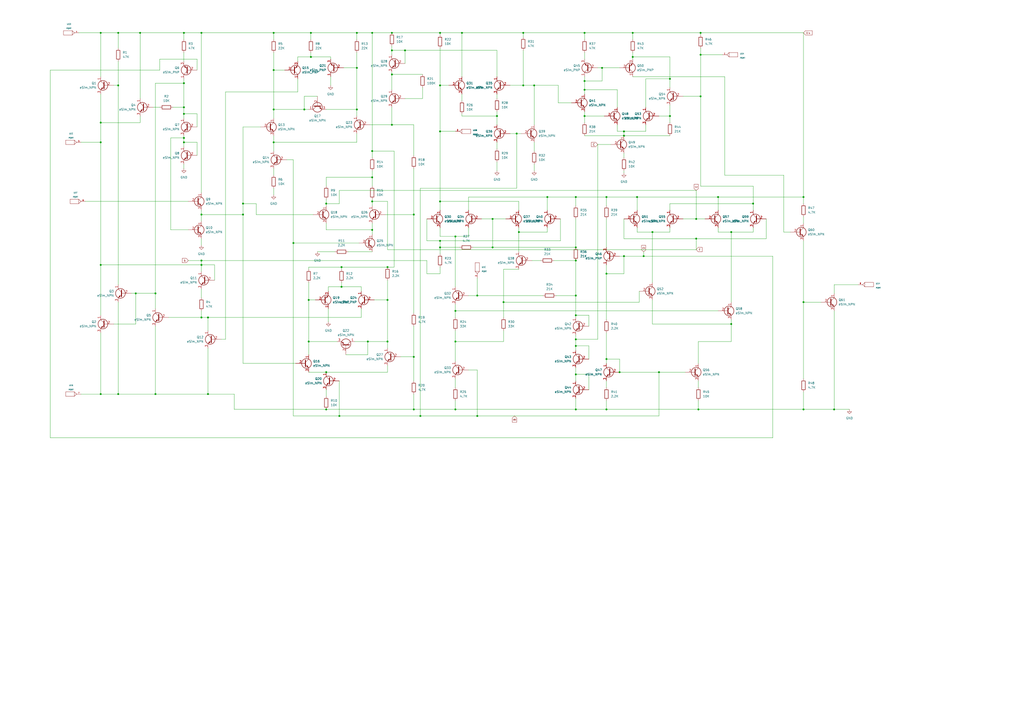
<source format=kicad_sch>
(kicad_sch (version 20211123) (generator eeschema)
  (paper "A2")
  (junction (at 255.27 139.7))
  (junction (at 334.01 151.13))
  (junction (at 406.4 19.05))
  (junction (at 215.9 133.35))
  (junction (at 255.27 49.53))
  (junction (at 361.95 78.74))
  (junction (at 466.09 237.49))
  (junction (at 179.07 198.12))
  (junction (at 140.97 124.46))
  (junction (at 424.18 134.62))
  (junction (at 120.65 184.15))
  (junction (at 106.68 80.01))
  (junction (at 334.01 237.49))
  (junction (at 158.75 82.55))
  (junction (at 334.01 200.66))
  (junction (at 207.01 19.05))
  (junction (at 170.18 140.97))
  (junction (at 264.16 198.12))
  (junction (at 58.42 153.67))
  (junction (at 240.03 237.49))
  (junction (at 116.84 19.05))
  (junction (at 405.13 237.49))
  (junction (at 240.03 124.46))
  (junction (at 436.88 118.11))
  (junction (at 58.42 19.05))
  (junction (at 224.79 173.99))
  (junction (at 388.62 67.31))
  (junction (at 300.99 134.62))
  (junction (at 416.56 114.3))
  (junction (at 378.46 134.62))
  (junction (at 106.68 66.04))
  (junction (at 317.5 114.3))
  (junction (at 264.16 137.16))
  (junction (at 255.27 116.84))
  (junction (at 120.65 228.6))
  (junction (at 334.01 217.17))
  (junction (at 361.95 148.59))
  (junction (at 58.42 228.6))
  (junction (at 116.84 153.67))
  (junction (at 403.86 127))
  (junction (at 58.42 71.12))
  (junction (at 382.27 215.9))
  (junction (at 303.53 19.05))
  (junction (at 424.18 187.96))
  (junction (at 68.58 228.6))
  (junction (at 406.4 31.75))
  (junction (at 483.87 237.49))
  (junction (at 198.12 154.94))
  (junction (at 334.01 143.51))
  (junction (at 196.85 241.3))
  (junction (at 255.27 19.05))
  (junction (at 388.62 45.72))
  (junction (at 339.09 19.05))
  (junction (at 334.01 196.85))
  (junction (at 373.38 148.59))
  (junction (at 339.09 52.07))
  (junction (at 303.53 49.53))
  (junction (at 351.79 208.28))
  (junction (at 339.09 67.31))
  (junction (at 90.17 170.18))
  (junction (at 367.03 19.05))
  (junction (at 207.01 63.5))
  (junction (at 227.33 29.21))
  (junction (at 224.79 198.12))
  (junction (at 292.1 175.26))
  (junction (at 224.79 154.94))
  (junction (at 276.86 171.45))
  (junction (at 359.41 215.9))
  (junction (at 255.27 76.2))
  (junction (at 106.68 82.55))
  (junction (at 215.9 102.87))
  (junction (at 288.29 67.31))
  (junction (at 207.01 39.37))
  (junction (at 179.07 173.99))
  (junction (at 158.75 19.05))
  (junction (at 68.58 49.53))
  (junction (at 81.28 19.05))
  (junction (at 106.68 48.26))
  (junction (at 255.27 143.51))
  (junction (at 189.23 215.9))
  (junction (at 58.42 82.55))
  (junction (at 140.97 118.11))
  (junction (at 351.79 237.49))
  (junction (at 116.84 184.15))
  (junction (at 215.9 19.05))
  (junction (at 351.79 158.75))
  (junction (at 189.23 237.49))
  (junction (at 215.9 87.63))
  (junction (at 215.9 116.84))
  (junction (at 339.09 46.99))
  (junction (at 158.75 40.64))
  (junction (at 299.72 77.47))
  (junction (at 213.36 198.12))
  (junction (at 466.09 114.3))
  (junction (at 198.12 166.37))
  (junction (at 361.95 76.2))
  (junction (at 240.03 207.01))
  (junction (at 189.23 118.11))
  (junction (at 234.95 29.21))
  (junction (at 227.33 72.39))
  (junction (at 90.17 228.6))
  (junction (at 227.33 43.18))
  (junction (at 116.84 124.46))
  (junction (at 285.75 127))
  (junction (at 309.88 49.53))
  (junction (at 180.34 19.05))
  (junction (at 264.16 237.49))
  (junction (at 367.03 33.02))
  (junction (at 334.01 171.45))
  (junction (at 334.01 182.88))
  (junction (at 116.84 151.13))
  (junction (at 406.4 55.88))
  (junction (at 466.09 175.26))
  (junction (at 227.33 19.05))
  (junction (at 106.68 19.05))
  (junction (at 349.25 39.37))
  (junction (at 158.75 63.5))
  (junction (at 68.58 19.05))
  (junction (at 176.53 63.5))
  (junction (at 285.75 143.51))
  (junction (at 276.86 241.3))
  (junction (at 78.74 170.18))
  (junction (at 334.01 114.3))
  (junction (at 403.86 138.43))
  (junction (at 106.68 62.23))
  (junction (at 351.79 114.3))
  (junction (at 243.84 241.3))
  (junction (at 369.57 114.3))
  (junction (at 264.16 180.34))
  (junction (at 267.97 19.05))
  (junction (at 180.34 33.02))
  (wire (pts (xy 190.5 166.37) (xy 198.12 166.37)))
  (wire (pts (xy 68.58 19.05) (xy 68.58 27.94)))
  (wire (pts (xy 444.5 127) (xy 444.5 138.43)))
  (wire (pts (xy 339.09 44.45) (xy 339.09 46.99)))
  (wire (pts (xy 255.27 49.53) (xy 255.27 76.2)))
  (wire (pts (xy 299.72 77.47) (xy 299.72 109.22)))
  (wire (pts (xy 207.01 19.05) (xy 207.01 22.86)))
  (wire (pts (xy 100.33 62.23) (xy 106.68 62.23)))
  (wire (pts (xy 369.57 114.3) (xy 416.56 114.3)))
  (wire (pts (xy 189.23 118.11) (xy 189.23 119.38)))
  (wire (pts (xy 351.79 237.49) (xy 405.13 237.49)))
  (wire (pts (xy 240.03 72.39) (xy 240.03 90.17)))
  (wire (pts (xy 29.21 254) (xy 448.31 254)))
  (wire (pts (xy 114.3 73.66) (xy 114.3 66.04)))
  (wire (pts (xy 99.06 133.35) (xy 109.22 133.35)))
  (wire (pts (xy 271.78 171.45) (xy 276.86 171.45)))
  (wire (pts (xy 227.33 26.67) (xy 227.33 29.21)))
  (wire (pts (xy 300.99 116.84) (xy 255.27 116.84)))
  (wire (pts (xy 46.99 82.55) (xy 58.42 82.55)))
  (wire (pts (xy 106.68 95.25) (xy 106.68 97.79)))
  (wire (pts (xy 114.3 66.04) (xy 106.68 66.04)))
  (wire (pts (xy 58.42 193.04) (xy 58.42 228.6)))
  (wire (pts (xy 180.34 19.05) (xy 207.01 19.05)))
  (wire (pts (xy 148.59 124.46) (xy 148.59 118.11)))
  (wire (pts (xy 200.66 205.74) (xy 213.36 205.74)))
  (wire (pts (xy 436.88 118.11) (xy 436.88 107.95)))
  (wire (pts (xy 300.99 132.08) (xy 300.99 134.62)))
  (wire (pts (xy 213.36 198.12) (xy 224.79 198.12)))
  (wire (pts (xy 267.97 54.61) (xy 267.97 58.42)))
  (wire (pts (xy 158.75 78.74) (xy 158.75 82.55)))
  (wire (pts (xy 403.86 110.49) (xy 403.86 127)))
  (wire (pts (xy 483.87 170.18) (xy 483.87 165.1)))
  (wire (pts (xy 255.27 27.94) (xy 255.27 49.53)))
  (wire (pts (xy 207.01 77.47) (xy 207.01 82.55)))
  (wire (pts (xy 264.16 198.12) (xy 292.1 198.12)))
  (wire (pts (xy 92.71 40.64) (xy 92.71 34.29)))
  (wire (pts (xy 288.29 54.61) (xy 288.29 57.15)))
  (wire (pts (xy 116.84 184.15) (xy 116.84 180.34)))
  (wire (pts (xy 436.88 118.11) (xy 436.88 121.92)))
  (wire (pts (xy 228.6 87.63) (xy 215.9 87.63)))
  (wire (pts (xy 303.53 19.05) (xy 303.53 21.59)))
  (wire (pts (xy 351.79 158.75) (xy 351.79 185.42)))
  (wire (pts (xy 148.59 118.11) (xy 140.97 118.11)))
  (wire (pts (xy 295.91 49.53) (xy 303.53 49.53)))
  (wire (pts (xy 483.87 180.34) (xy 483.87 237.49)))
  (wire (pts (xy 378.46 134.62) (xy 378.46 163.83)))
  (wire (pts (xy 245.11 43.18) (xy 227.33 43.18)))
  (wire (pts (xy 106.68 62.23) (xy 106.68 48.26)))
  (wire (pts (xy 217.17 173.99) (xy 224.79 173.99)))
  (wire (pts (xy 359.41 215.9) (xy 382.27 215.9)))
  (wire (pts (xy 264.16 180.34) (xy 416.56 180.34)))
  (wire (pts (xy 359.41 215.9) (xy 359.41 208.28)))
  (wire (pts (xy 405.13 237.49) (xy 466.09 237.49)))
  (wire (pts (xy 317.5 134.62) (xy 317.5 132.08)))
  (wire (pts (xy 334.01 217.17) (xy 334.01 220.98)))
  (wire (pts (xy 158.75 97.79) (xy 158.75 101.6)))
  (wire (pts (xy 158.75 19.05) (xy 180.34 19.05)))
  (wire (pts (xy 255.27 76.2) (xy 255.27 116.84)))
  (wire (pts (xy 334.01 237.49) (xy 334.01 231.14)))
  (wire (pts (xy 346.71 83.82) (xy 346.71 196.85)))
  (wire (pts (xy 292.1 156.21) (xy 300.99 156.21)))
  (wire (pts (xy 276.86 241.3) (xy 243.84 241.3)))
  (wire (pts (xy 116.84 184.15) (xy 120.65 184.15)))
  (wire (pts (xy 255.27 137.16) (xy 264.16 137.16)))
  (wire (pts (xy 116.84 19.05) (xy 158.75 19.05)))
  (wire (pts (xy 299.72 77.47) (xy 302.26 77.47)))
  (wire (pts (xy 116.84 151.13) (xy 116.84 153.67)))
  (wire (pts (xy 276.86 161.29) (xy 276.86 171.45)))
  (wire (pts (xy 341.63 217.17) (xy 334.01 217.17)))
  (wire (pts (xy 191.77 33.02) (xy 191.77 34.29)))
  (wire (pts (xy 207.01 63.5) (xy 207.01 67.31)))
  (wire (pts (xy 405.13 237.49) (xy 405.13 232.41)))
  (wire (pts (xy 448.31 148.59) (xy 448.31 254)))
  (wire (pts (xy 323.85 59.69) (xy 331.47 59.69)))
  (wire (pts (xy 264.16 180.34) (xy 264.16 184.15)))
  (wire (pts (xy 114.3 82.55) (xy 106.68 82.55)))
  (wire (pts (xy 189.23 237.49) (xy 240.03 237.49)))
  (wire (pts (xy 367.03 19.05) (xy 367.03 22.86)))
  (wire (pts (xy 209.55 166.37) (xy 209.55 168.91)))
  (wire (pts (xy 317.5 114.3) (xy 317.5 121.92)))
  (wire (pts (xy 184.15 146.05) (xy 194.31 146.05)))
  (wire (pts (xy 403.86 110.49) (xy 196.85 110.49)))
  (wire (pts (xy 205.74 198.12) (xy 213.36 198.12)))
  (wire (pts (xy 81.28 71.12) (xy 81.28 67.31)))
  (wire (pts (xy 351.79 153.67) (xy 351.79 158.75)))
  (wire (pts (xy 223.52 124.46) (xy 240.03 124.46)))
  (wire (pts (xy 158.75 82.55) (xy 207.01 82.55)))
  (wire (pts (xy 388.62 67.31) (xy 388.62 71.12)))
  (wire (pts (xy 58.42 153.67) (xy 116.84 153.67)))
  (wire (pts (xy 106.68 78.74) (xy 106.68 80.01)))
  (wire (pts (xy 189.23 102.87) (xy 215.9 102.87)))
  (wire (pts (xy 172.72 35.56) (xy 172.72 33.02)))
  (wire (pts (xy 339.09 46.99) (xy 339.09 52.07)))
  (wire (pts (xy 367.03 33.02) (xy 388.62 33.02)))
  (wire (pts (xy 184.15 55.88) (xy 176.53 55.88)))
  (wire (pts (xy 420.37 44.45) (xy 420.37 101.6)))
  (wire (pts (xy 288.29 44.45) (xy 288.29 29.21)))
  (wire (pts (xy 378.46 173.99) (xy 378.46 187.96)))
  (wire (pts (xy 190.5 168.91) (xy 190.5 166.37)))
  (wire (pts (xy 466.09 118.11) (xy 466.09 114.3)))
  (wire (pts (xy 255.27 49.53) (xy 260.35 49.53)))
  (wire (pts (xy 406.4 55.88) (xy 396.24 55.88)))
  (wire (pts (xy 116.84 138.43) (xy 116.84 142.24)))
  (wire (pts (xy 106.68 48.26) (xy 106.68 45.72)))
  (wire (pts (xy 358.14 72.39) (xy 358.14 76.2)))
  (wire (pts (xy 334.01 217.17) (xy 334.01 213.36)))
  (wire (pts (xy 106.68 48.26) (xy 90.17 48.26)))
  (wire (pts (xy 227.33 72.39) (xy 240.03 72.39)))
  (wire (pts (xy 227.33 29.21) (xy 234.95 29.21)))
  (wire (pts (xy 300.99 134.62) (xy 317.5 134.62)))
  (wire (pts (xy 351.79 114.3) (xy 351.79 119.38)))
  (wire (pts (xy 264.16 137.16) (xy 271.78 137.16)))
  (wire (pts (xy 170.18 241.3) (xy 196.85 241.3)))
  (wire (pts (xy 130.81 196.85) (xy 128.27 196.85)))
  (wire (pts (xy 227.33 62.23) (xy 227.33 72.39)))
  (wire (pts (xy 90.17 170.18) (xy 90.17 179.07)))
  (wire (pts (xy 361.95 138.43) (xy 403.86 138.43)))
  (wire (pts (xy 358.14 76.2) (xy 361.95 76.2)))
  (wire (pts (xy 396.24 127) (xy 403.86 127)))
  (wire (pts (xy 406.4 27.94) (xy 406.4 31.75)))
  (wire (pts (xy 224.79 154.94) (xy 228.6 154.94)))
  (wire (pts (xy 189.23 215.9) (xy 224.79 215.9)))
  (wire (pts (xy 403.86 127) (xy 408.94 127)))
  (wire (pts (xy 58.42 82.55) (xy 58.42 153.67)))
  (wire (pts (xy 466.09 175.26) (xy 476.25 175.26)))
  (wire (pts (xy 240.03 207.01) (xy 240.03 189.23)))
  (wire (pts (xy 76.2 170.18) (xy 78.74 170.18)))
  (wire (pts (xy 300.99 134.62) (xy 300.99 146.05)))
  (wire (pts (xy 351.79 127) (xy 351.79 143.51)))
  (wire (pts (xy 66.04 49.53) (xy 68.58 49.53)))
  (wire (pts (xy 267.97 67.31) (xy 288.29 67.31)))
  (wire (pts (xy 292.1 184.15) (xy 292.1 175.26)))
  (wire (pts (xy 367.03 30.48) (xy 367.03 33.02)))
  (wire (pts (xy 215.9 133.35) (xy 215.9 129.54)))
  (wire (pts (xy 227.33 43.18) (xy 227.33 52.07)))
  (wire (pts (xy 215.9 133.35) (xy 215.9 135.89)))
  (wire (pts (xy 29.21 40.64) (xy 92.71 40.64)))
  (wire (pts (xy 68.58 49.53) (xy 68.58 165.1)))
  (wire (pts (xy 207.01 39.37) (xy 207.01 63.5)))
  (wire (pts (xy 339.09 67.31) (xy 350.52 67.31)))
  (wire (pts (xy 339.09 30.48) (xy 339.09 34.29)))
  (wire (pts (xy 179.07 198.12) (xy 179.07 205.74)))
  (wire (pts (xy 466.09 237.49) (xy 483.87 237.49)))
  (wire (pts (xy 255.27 139.7) (xy 255.27 143.51)))
  (wire (pts (xy 382.27 67.31) (xy 388.62 67.31)))
  (wire (pts (xy 271.78 121.92) (xy 271.78 114.3)))
  (wire (pts (xy 405.13 210.82) (xy 405.13 198.12)))
  (wire (pts (xy 78.74 187.96) (xy 78.74 170.18)))
  (wire (pts (xy 179.07 154.94) (xy 179.07 156.21)))
  (wire (pts (xy 68.58 19.05) (xy 81.28 19.05)))
  (wire (pts (xy 378.46 134.62) (xy 369.57 134.62)))
  (wire (pts (xy 466.09 139.7) (xy 466.09 175.26)))
  (wire (pts (xy 285.75 143.51) (xy 285.75 127)))
  (wire (pts (xy 288.29 82.55) (xy 288.29 86.36)))
  (wire (pts (xy 243.84 109.22) (xy 243.84 241.3)))
  (wire (pts (xy 29.21 40.64) (xy 29.21 254)))
  (wire (pts (xy 68.58 175.26) (xy 68.58 228.6)))
  (wire (pts (xy 106.68 19.05) (xy 116.84 19.05)))
  (wire (pts (xy 267.97 19.05) (xy 303.53 19.05)))
  (wire (pts (xy 116.84 121.92) (xy 116.84 124.46)))
  (wire (pts (xy 140.97 210.82) (xy 171.45 210.82)))
  (wire (pts (xy 109.22 151.13) (xy 116.84 151.13)))
  (wire (pts (xy 288.29 64.77) (xy 288.29 67.31)))
  (wire (pts (xy 158.75 63.5) (xy 158.75 68.58)))
  (wire (pts (xy 378.46 187.96) (xy 424.18 187.96)))
  (wire (pts (xy 361.95 78.74) (xy 361.95 76.2)))
  (wire (pts (xy 198.12 154.94) (xy 179.07 154.94)))
  (wire (pts (xy 58.42 71.12) (xy 58.42 82.55)))
  (wire (pts (xy 49.53 116.84) (xy 109.22 116.84)))
  (wire (pts (xy 288.29 67.31) (xy 288.29 72.39)))
  (wire (pts (xy 207.01 19.05) (xy 215.9 19.05)))
  (wire (pts (xy 130.81 53.34) (xy 172.72 53.34)))
  (wire (pts (xy 303.53 19.05) (xy 339.09 19.05)))
  (wire (pts (xy 295.91 77.47) (xy 299.72 77.47)))
  (wire (pts (xy 309.88 49.53) (xy 309.88 72.39)))
  (wire (pts (xy 140.97 124.46) (xy 140.97 210.82)))
  (wire (pts (xy 361.95 78.74) (xy 388.62 78.74)))
  (wire (pts (xy 388.62 118.11) (xy 436.88 118.11)))
  (wire (pts (xy 255.27 154.94) (xy 255.27 158.75)))
  (wire (pts (xy 339.09 19.05) (xy 339.09 22.86)))
  (wire (pts (xy 240.03 237.49) (xy 264.16 237.49)))
  (wire (pts (xy 370.84 168.91) (xy 370.84 175.26)))
  (wire (pts (xy 420.37 101.6) (xy 454.66 101.6)))
  (wire (pts (xy 106.68 22.86) (xy 106.68 19.05)))
  (wire (pts (xy 158.75 40.64) (xy 165.1 40.64)))
  (wire (pts (xy 267.97 19.05) (xy 267.97 44.45)))
  (wire (pts (xy 373.38 148.59) (xy 373.38 146.05)))
  (wire (pts (xy 483.87 237.49) (xy 492.76 237.49)))
  (wire (pts (xy 179.07 173.99) (xy 179.07 198.12)))
  (wire (pts (xy 288.29 93.98) (xy 288.29 99.06)))
  (wire (pts (xy 358.14 62.23) (xy 358.14 52.07)))
  (wire (pts (xy 189.23 226.06) (xy 189.23 229.87)))
  (wire (pts (xy 116.84 153.67) (xy 116.84 157.48)))
  (wire (pts (xy 224.79 173.99) (xy 224.79 198.12)))
  (wire (pts (xy 180.34 19.05) (xy 180.34 22.86)))
  (wire (pts (xy 245.11 57.15) (xy 245.11 50.8)))
  (wire (pts (xy 215.9 19.05) (xy 227.33 19.05)))
  (wire (pts (xy 406.4 31.75) (xy 406.4 55.88)))
  (wire (pts (xy 240.03 124.46) (xy 240.03 97.79)))
  (wire (pts (xy 189.23 129.54) (xy 189.23 133.35)))
  (wire (pts (xy 369.57 114.3) (xy 369.57 121.92)))
  (wire (pts (xy 158.75 82.55) (xy 158.75 87.63)))
  (wire (pts (xy 198.12 154.94) (xy 224.79 154.94)))
  (wire (pts (xy 271.78 214.63) (xy 276.86 214.63)))
  (wire (pts (xy 224.79 215.9) (xy 224.79 212.09)))
  (wire (pts (xy 116.84 151.13) (xy 247.65 151.13)))
  (wire (pts (xy 255.27 158.75) (xy 247.65 158.75)))
  (wire (pts (xy 116.84 167.64) (xy 116.84 172.72)))
  (wire (pts (xy 189.23 107.95) (xy 189.23 102.87)))
  (wire (pts (xy 309.88 82.55) (xy 309.88 87.63)))
  (wire (pts (xy 215.9 116.84) (xy 215.9 119.38)))
  (wire (pts (xy 334.01 194.31) (xy 334.01 196.85)))
  (wire (pts (xy 247.65 139.7) (xy 255.27 139.7)))
  (wire (pts (xy 334.01 171.45) (xy 334.01 151.13)))
  (wire (pts (xy 116.84 124.46) (xy 140.97 124.46)))
  (wire (pts (xy 406.4 31.75) (xy 419.1 31.75)))
  (wire (pts (xy 243.84 241.3) (xy 196.85 241.3)))
  (wire (pts (xy 106.68 82.55) (xy 106.68 85.09)))
  (wire (pts (xy 334.01 114.3) (xy 351.79 114.3)))
  (wire (pts (xy 189.23 115.57) (xy 189.23 118.11)))
  (wire (pts (xy 351.79 158.75) (xy 361.95 158.75)))
  (wire (pts (xy 349.25 46.99) (xy 349.25 39.37)))
  (wire (pts (xy 120.65 201.93) (xy 120.65 228.6)))
  (wire (pts (xy 308.61 151.13) (xy 313.69 151.13)))
  (wire (pts (xy 198.12 166.37) (xy 209.55 166.37)))
  (wire (pts (xy 106.68 80.01) (xy 106.68 82.55)))
  (wire (pts (xy 416.56 134.62) (xy 424.18 134.62)))
  (wire (pts (xy 373.38 148.59) (xy 448.31 148.59)))
  (wire (pts (xy 90.17 228.6) (xy 120.65 228.6)))
  (wire (pts (xy 403.86 144.78) (xy 224.79 144.78)))
  (wire (pts (xy 454.66 134.62) (xy 458.47 134.62)))
  (wire (pts (xy 46.99 228.6) (xy 58.42 228.6)))
  (wire (pts (xy 215.9 115.57) (xy 215.9 116.84)))
  (wire (pts (xy 388.62 132.08) (xy 388.62 134.62)))
  (wire (pts (xy 81.28 19.05) (xy 106.68 19.05)))
  (wire (pts (xy 240.03 124.46) (xy 240.03 181.61)))
  (wire (pts (xy 361.95 148.59) (xy 373.38 148.59)))
  (wire (pts (xy 382.27 215.9) (xy 382.27 241.3)))
  (wire (pts (xy 300.99 121.92) (xy 300.99 116.84)))
  (wire (pts (xy 388.62 45.72) (xy 388.62 50.8)))
  (wire (pts (xy 325.12 139.7) (xy 325.12 127)))
  (wire (pts (xy 339.09 52.07) (xy 339.09 54.61)))
  (wire (pts (xy 341.63 189.23) (xy 341.63 182.88)))
  (wire (pts (xy 224.79 198.12) (xy 224.79 201.93)))
  (wire (pts (xy 140.97 73.66) (xy 140.97 118.11)))
  (wire (pts (xy 382.27 215.9) (xy 397.51 215.9)))
  (wire (pts (xy 106.68 30.48) (xy 106.68 35.56)))
  (wire (pts (xy 58.42 228.6) (xy 68.58 228.6)))
  (wire (pts (xy 403.86 138.43) (xy 403.86 144.78)))
  (wire (pts (xy 255.27 116.84) (xy 255.27 121.92)))
  (wire (pts (xy 207.01 30.48) (xy 207.01 39.37)))
  (wire (pts (xy 351.79 193.04) (xy 351.79 208.28)))
  (wire (pts (xy 255.27 20.32) (xy 255.27 19.05)))
  (wire (pts (xy 361.95 88.9) (xy 361.95 91.44)))
  (wire (pts (xy 99.06 80.01) (xy 99.06 133.35)))
  (wire (pts (xy 90.17 48.26) (xy 90.17 170.18)))
  (wire (pts (xy 58.42 44.45) (xy 58.42 19.05)))
  (wire (pts (xy 227.33 41.91) (xy 227.33 43.18)))
  (wire (pts (xy 406.4 55.88) (xy 406.4 107.95)))
  (wire (pts (xy 68.58 49.53) (xy 68.58 35.56)))
  (wire (pts (xy 374.65 45.72) (xy 374.65 62.23)))
  (wire (pts (xy 215.9 99.06) (xy 215.9 102.87)))
  (wire (pts (xy 339.09 78.74) (xy 361.95 78.74)))
  (wire (pts (xy 339.09 64.77) (xy 339.09 67.31)))
  (wire (pts (xy 209.55 184.15) (xy 209.55 179.07)))
  (wire (pts (xy 424.18 187.96) (xy 424.18 185.42)))
  (wire (pts (xy 179.07 163.83) (xy 179.07 173.99)))
  (wire (pts (xy 351.79 114.3) (xy 369.57 114.3)))
  (wire (pts (xy 68.58 228.6) (xy 90.17 228.6)))
  (wire (pts (xy 255.27 139.7) (xy 325.12 139.7)))
  (wire (pts (xy 58.42 19.05) (xy 68.58 19.05)))
  (wire (pts (xy 374.65 76.2) (xy 374.65 72.39)))
  (wire (pts (xy 234.95 36.83) (xy 234.95 29.21)))
  (wire (pts (xy 224.79 173.99) (xy 224.79 162.56)))
  (wire (pts (xy 234.95 57.15) (xy 245.11 57.15)))
  (wire (pts (xy 351.79 220.98) (xy 351.79 224.79)))
  (wire (pts (xy 382.27 241.3) (xy 276.86 241.3)))
  (wire (pts (xy 181.61 124.46) (xy 148.59 124.46)))
  (wire (pts (xy 158.75 30.48) (xy 158.75 40.64)))
  (wire (pts (xy 274.32 143.51) (xy 285.75 143.51)))
  (wire (pts (xy 215.9 87.63) (xy 215.9 91.44)))
  (wire (pts (xy 349.25 39.37) (xy 359.41 39.37)))
  (wire (pts (xy 351.79 232.41) (xy 351.79 237.49)))
  (wire (pts (xy 78.74 170.18) (xy 90.17 170.18)))
  (wire (pts (xy 140.97 118.11) (xy 140.97 124.46)))
  (wire (pts (xy 255.27 132.08) (xy 255.27 137.16)))
  (wire (pts (xy 339.09 46.99) (xy 349.25 46.99)))
  (wire (pts (xy 267.97 66.04) (xy 267.97 67.31)))
  (wire (pts (xy 92.71 34.29) (xy 114.3 34.29)))
  (wire (pts (xy 361.95 99.06) (xy 361.95 100.33)))
  (wire (pts (xy 416.56 132.08) (xy 416.56 134.62)))
  (wire (pts (xy 189.23 237.49) (xy 135.89 237.49)))
  (wire (pts (xy 180.34 30.48) (xy 180.34 33.02)))
  (wire (pts (xy 120.65 184.15) (xy 209.55 184.15)))
  (wire (pts (xy 466.09 175.26) (xy 466.09 219.71)))
  (wire (pts (xy 97.79 184.15) (xy 116.84 184.15)))
  (wire (pts (xy 66.04 187.96) (xy 78.74 187.96)))
  (wire (pts (xy 334.01 114.3) (xy 334.01 119.38)))
  (wire (pts (xy 135.89 237.49) (xy 135.89 228.6)))
  (wire (pts (xy 114.3 90.17) (xy 114.3 82.55)))
  (wire (pts (xy 224.79 116.84) (xy 215.9 116.84)))
  (wire (pts (xy 179.07 215.9) (xy 189.23 215.9)))
  (wire (pts (xy 196.85 110.49) (xy 196.85 118.11)))
  (wire (pts (xy 120.65 228.6) (xy 135.89 228.6)))
  (wire (pts (xy 367.03 33.02) (xy 367.03 34.29)))
  (wire (pts (xy 114.3 34.29) (xy 114.3 40.64)))
  (wire (pts (xy 227.33 29.21) (xy 227.33 31.75)))
  (wire (pts (xy 90.17 189.23) (xy 90.17 228.6)))
  (wire (pts (xy 367.03 44.45) (xy 420.37 44.45)))
  (wire (pts (xy 303.53 29.21) (xy 303.53 49.53)))
  (wire (pts (xy 416.56 114.3) (xy 416.56 121.92)))
  (wire (pts (xy 388.62 67.31) (xy 388.62 60.96)))
  (wire (pts (xy 271.78 114.3) (xy 317.5 114.3)))
  (wire (pts (xy 116.84 153.67) (xy 124.46 153.67)))
  (wire (pts (xy 214.63 72.39) (xy 227.33 72.39)))
  (wire (pts (xy 106.68 80.01) (xy 99.06 80.01)))
  (wire (pts (xy 276.86 171.45) (xy 314.96 171.45)))
  (wire (pts (xy 189.23 133.35) (xy 215.9 133.35)))
  (wire (pts (xy 255.27 76.2) (xy 264.16 76.2)))
  (wire (pts (xy 215.9 102.87) (xy 215.9 107.95)))
  (wire (pts (xy 58.42 153.67) (xy 58.42 182.88)))
  (wire (pts (xy 341.63 208.28) (xy 341.63 200.66)))
  (wire (pts (xy 124.46 162.56) (xy 124.46 153.67)))
  (wire (pts (xy 351.79 208.28) (xy 351.79 210.82)))
  (wire (pts (xy 424.18 134.62) (xy 436.88 134.62)))
  (wire (pts (xy 170.18 92.71) (xy 170.18 140.97)))
  (wire (pts (xy 116.84 124.46) (xy 116.84 128.27)))
  (wire (pts (xy 180.34 33.02) (xy 191.77 33.02)))
  (wire (pts (xy 106.68 66.04) (xy 106.68 68.58)))
  (wire (pts (xy 416.56 114.3) (xy 466.09 114.3)))
  (wire (pts (xy 321.31 151.13) (xy 334.01 151.13)))
  (wire (pts (xy 232.41 207.01) (xy 240.03 207.01)))
  (wire (pts (xy 334.01 200.66) (xy 334.01 203.2)))
  (wire (pts (xy 264.16 176.53) (xy 264.16 180.34)))
  (wire (pts (xy 285.75 127) (xy 293.37 127)))
  (wire (pts (xy 369.57 134.62) (xy 369.57 132.08)))
  (wire (pts (xy 285.75 143.51) (xy 334.01 143.51)))
  (wire (pts (xy 255.27 143.51) (xy 266.7 143.51)))
  (wire (pts (xy 106.68 62.23) (xy 106.68 66.04)))
  (wire (pts (xy 166.37 92.71) (xy 170.18 92.71)))
  (wire (pts (xy 158.75 63.5) (xy 176.53 63.5)))
  (wire (pts (xy 341.63 200.66) (xy 334.01 200.66)))
  (wire (pts (xy 234.95 29.21) (xy 288.29 29.21)))
  (wire (pts (xy 179.07 198.12) (xy 195.58 198.12)))
  (wire (pts (xy 151.13 73.66) (xy 140.97 73.66)))
  (wire (pts (xy 358.14 52.07) (xy 339.09 52.07)))
  (wire (pts (xy 271.78 137.16) (xy 271.78 132.08)))
  (wire (pts (xy 58.42 19.05) (xy 45.72 19.05)))
  (wire (pts (xy 424.18 187.96) (xy 424.18 198.12)))
  (wire (pts (xy 176.53 55.88) (xy 176.53 63.5)))
  (wire (pts (xy 224.79 144.78) (xy 224.79 116.84)))
  (wire (pts (xy 299.72 109.22) (xy 243.84 109.22)))
  (wire (pts (xy 88.9 62.23) (xy 92.71 62.23)))
  (wire (pts (xy 190.5 179.07) (xy 190.5 186.69)))
  (wire (pts (xy 179.07 173.99) (xy 182.88 173.99)))
  (wire (pts (xy 170.18 140.97) (xy 208.28 140.97)))
  (wire (pts (xy 264.16 137.16) (xy 264.16 166.37)))
  (wire (pts (xy 264.16 237.49) (xy 334.01 237.49)))
  (wire (pts (xy 309.88 95.25) (xy 309.88 99.06)))
  (wire (pts (xy 130.81 53.34) (xy 130.81 196.85)))
  (wire (pts (xy 176.53 63.5) (xy 179.07 63.5)))
  (wire (pts (xy 346.71 83.82) (xy 354.33 83.82)))
  (wire (pts (xy 406.4 20.32) (xy 406.4 19.05)))
  (wire (pts (xy 405.13 220.98) (xy 405.13 224.79)))
  (wire (pts (xy 247.65 158.75) (xy 247.65 151.13)))
  (wire (pts (xy 255.27 19.05) (xy 267.97 19.05)))
  (wire (pts (xy 191.77 44.45) (xy 191.77 49.53)))
  (wire (pts (xy 388.62 121.92) (xy 388.62 118.11)))
  (wire (pts (xy 201.93 146.05) (xy 215.9 146.05)))
  (wire (pts (xy 483.87 165.1) (xy 497.84 165.1)))
  (wire (pts (xy 405.13 198.12) (xy 424.18 198.12)))
  (wire (pts (xy 158.75 109.22) (xy 158.75 113.03)))
  (wire (pts (xy 334.01 171.45) (xy 334.01 182.88)))
  (wire (pts (xy 172.72 33.02) (xy 180.34 33.02)))
  (wire (pts (xy 120.65 184.15) (xy 120.65 191.77)))
  (wire (pts (xy 436.88 107.95) (xy 406.4 107.95)))
  (wire (pts (xy 199.39 39.37) (xy 207.01 39.37)))
  (wire (pts (xy 116.84 19.05) (xy 116.84 111.76)))
  (wire (pts (xy 466.09 19.05) (xy 466.09 114.3)))
  (wire (pts (xy 466.09 125.73) (xy 466.09 129.54)))
  (wire (pts (xy 213.36 198.12) (xy 213.36 205.74)))
  (wire (pts (xy 292.1 175.26) (xy 370.84 175.26)))
  (wire (pts (xy 228.6 154.94) (xy 228.6 87.63)))
  (wire (pts (xy 303.53 49.53) (xy 309.88 49.53)))
  (wire (pts (xy 58.42 71.12) (xy 81.28 71.12)))
  (wire (pts (xy 388.62 33.02) (xy 388.62 45.72)))
  (wire (pts (xy 172.72 45.72) (xy 172.72 53.34)))
  (wire (pts (xy 322.58 171.45) (xy 334.01 171.45)))
  (wire (pts (xy 227.33 19.05) (xy 255.27 19.05)))
  (wire (pts (xy 264.16 198.12) (xy 264.16 209.55)))
  (wire (pts (xy 198.12 163.83) (xy 198.12 166.37)))
  (wire (pts (xy 374.65 45.72) (xy 388.62 45.72)))
  (wire (pts (xy 276.86 214.63) (xy 276.86 241.3)))
  (wire (pts (xy 189.23 118.11) (xy 196.85 118.11)))
  (wire (pts (xy 264.16 191.77) (xy 264.16 198.12)))
  (wire (pts (xy 240.03 207.01) (xy 240.03 220.98)))
  (wire (pts (xy 198.12 154.94) (xy 198.12 156.21)))
  (wire (pts (xy 339.09 67.31) (xy 339.09 71.12)))
  (wire (pts (xy 158.75 40.64) (xy 158.75 63.5)))
  (wire (pts (xy 339.09 19.05) (xy 367.03 19.05)))
  (wire (pts (xy 58.42 54.61) (xy 58.42 71.12)))
  (wire (pts (xy 424.18 134.62) (xy 424.18 175.26)))
  (wire (pts (xy 359.41 148.59) (xy 361.95 148.59)))
  (wire (pts (xy 196.85 241.3) (xy 196.85 220.98)))
  (wire (pts (xy 334.01 127) (xy 334.01 143.51)))
  (wire (pts (xy 323.85 49.53) (xy 323.85 59.69)))
  (wire (pts (xy 341.63 226.06) (xy 341.63 217.17)))
  (wire (pts (xy 170.18 140.97) (xy 170.18 241.3)))
  (wire (pts (xy 264.16 219.71) (xy 264.16 224.79)))
  (wire (pts (xy 466.09 237.49) (xy 466.09 227.33)))
  (wire (pts (xy 334.01 196.85) (xy 334.01 200.66)))
  (wire (pts (xy 361.95 158.75) (xy 361.95 148.59)))
  (wire (pts (xy 334.01 182.88) (xy 334.01 184.15)))
  (wire (pts (xy 436.88 132.08) (xy 436.88 134.62)))
  (wire (pts (xy 341.63 182.88) (xy 334.01 182.88)))
  (wire (pts (xy 346.71 39.37) (xy 349.25 39.37)))
  (wire (pts (xy 292.1 198.12) (xy 292.1 191.77)))
  (wire (pts (xy 215.9 19.05) (xy 215.9 87.63)))
  (wire (pts (xy 309.88 49.53) (xy 323.85 49.53)))
  (wire (pts (xy 403.86 138.43) (xy 444.5 138.43)))
  (wire (pts (xy 388.62 134.62) (xy 378.46 134.62)))
  (wire (pts (xy 361.95 127) (xy 361.95 138.43)))
  (wire (pts (xy 359.41 208.28) (xy 351.79 208.28)))
  (wire (pts (xy 158.75 19.05) (xy 158.75 22.86)))
  (wire (pts (xy 247.65 127) (xy 247.65 139.7)))
  (wire (pts (xy 454.66 101.6) (xy 454.66 134.62)))
  (wire (pts (xy 361.95 76.2) (xy 374.65 76.2)))
  (wire (pts (xy 264.16 232.41) (xy 264.16 237.49)))
  (wire (pts (xy 81.28 19.05) (xy 81.28 57.15)))
  (wire (pts (xy 334.01 196.85) (xy 346.71 196.85)))
  (wire (pts (xy 466.09 19.05) (xy 406.4 19.05)))
  (wire (pts (xy 279.4 127) (xy 285.75 127)))
  (wire (pts (xy 334.01 237.49) (xy 351.79 237.49)))
  (wire (pts (xy 317.5 114.3) (xy 334.01 114.3)))
  (wire (pts (xy 240.03 237.49) (xy 240.03 228.6)))
  (wire (pts (xy 189.23 63.5) (xy 207.01 63.5)))
  (wire (pts (xy 292.1 175.26) (xy 292.1 156.21)))
  (wire (pts (xy 255.27 143.51) (xy 255.27 147.32)))
  (wire (pts (xy 367.03 19.05) (xy 406.4 19.05)))
  (global_label "E" (shape input) (at 403.86 110.49 90) (property "Intersheet References" "${INTERSHEET_REFS}" (effects hide)))
  (global_label "F" (shape input) (at 403.86 144.78 0) (property "Intersheet References" "${INTERSHEET_REFS}" (effects hide)))
  (global_label "C" (shape input) (at 346.71 83.82 180) (property "Intersheet References" "${INTERSHEET_REFS}" (effects hide)))
  (global_label "D" (shape input) (at 373.38 146.05 90) (property "Intersheet References" "${INTERSHEET_REFS}" (effects hide)))
  (global_label "A" (shape input) (at 109.22 151.13 180) (property "Intersheet References" "${INTERSHEET_REFS}" (effects hide)))
  (global_label "V+" (shape input) (at 466.09 19.05 0) (property "Intersheet References" "${INTERSHEET_REFS}" (effects hide)))
  (global_label "B" (shape input) (at 298.45 241.3 270) (property "Intersheet References" "${INTERSHEET_REFS}" (effects hide)))
  (symbol (lib_id "eSim_Devices:eSim_NPN") (at 83.82 62.23 0) (mirror y) (unit 1)
    (property "Reference" "Q4" (at 78.74 60.9599 0) (effects (justify left)))
    (property "Value" "eSim_NPN" (at 78.74 63.4999 0) (effects (justify left)))
  )
  (symbol (lib_id "eSim_Devices:eSim_NPN") (at 391.16 127 0) (mirror y) (unit 1)
    (property "Reference" "Q55" (at 386.08 125.7299 0) (effects (justify left)))
    (property "Value" "eSim_NPN" (at 386.08 128.2699 0) (effects (justify left)))
  )
  (symbol (lib_id "eSim_Devices:resistor") (at 160.02 27.94 90) (unit 1)
    (property "Reference" "R5" (at 161.29 25.3999 90) (effects (justify right)))
    (property "Value" "22K" (at 161.29 27.9399 90) (effects (justify right)))
  )
  (symbol (lib_id "eSim_Devices:resistor") (at 406.4 229.87 90) (unit 1)
    (property "Reference" "R45" (at 407.67 227.3299 90) (effects (justify right)))
    (property "Value" "10K" (at 407.67 229.8699 90) (effects (justify right)))
  )
  (symbol (lib_id "eSim_Devices:eSim_NPN") (at 290.83 49.53 0) (mirror y) (unit 1)
    (property "Reference" "Q35" (at 285.75 48.2599 0) (effects (justify left)))
    (property "Value" "eSim_NPN" (at 285.75 50.7999 0) (effects (justify left)))
  )
  (symbol (lib_id "eSim_Devices:eSim_NPN") (at 336.55 226.06 0) (mirror y) (unit 1)
    (property "Reference" "Q44" (at 331.47 224.7899 0) (effects (justify left)))
    (property "Value" "eSim_NPN" (at 331.47 227.3299 0) (effects (justify left)))
  )
  (symbol (lib_id "eSim_Devices:eSim_NPN") (at 481.33 175.26 0) (unit 1)
    (property "Reference" "Q61" (at 486.41 173.9899 0) (effects (justify left)))
    (property "Value" "eSim_NPN" (at 486.41 176.5299 0) (effects (justify left)))
  )
  (symbol (lib_id "eSim_Devices:eSim_NPN") (at 218.44 124.46 0) (mirror y) (unit 1)
    (property "Reference" "Q26" (at 213.36 123.1899 0) (effects (justify left)))
    (property "Value" "eSim_NPN" (at 213.36 125.7299 0) (effects (justify left)))
  )
  (symbol (lib_id "eSim_Devices:eSim_NPN") (at 229.87 36.83 0) (mirror y) (unit 1)
    (property "Reference" "Q28" (at 224.79 35.5599 0) (effects (justify left)))
    (property "Value" "eSim_NPN" (at 224.79 38.0999 0) (effects (justify left)))
  )
  (symbol (lib_id "eSim_Devices:eSim_NPN") (at 71.12 170.18 0) (mirror y) (unit 1)
    (property "Reference" "Q3" (at 66.04 168.9099 0) (effects (justify left)))
    (property "Value" "eSim_NPN" (at 66.04 171.4499 0) (effects (justify left)))
  )
  (symbol (lib_id "eSim_Power:eSim_GND") (at 361.95 100.33 0) (unit 1)
    (property "Reference" "#PWR09" (effects hide))
    (property "Value" "eSim_GND" (at 361.95 105.41 0))
  )
  (symbol (lib_id "eSim_Devices:resistor") (at 181.61 27.94 90) (unit 1)
    (property "Reference" "R8" (at 182.88 25.3999 90) (effects (justify right)))
    (property "Value" "22K" (at 182.88 27.9399 90) (effects (justify right)))
  )
  (symbol (lib_id "eSim_Devices:eSim_NPN") (at 92.71 184.15 0) (mirror y) (unit 1)
    (property "Reference" "Q5" (at 87.63 182.8799 0) (effects (justify left)))
    (property "Value" "eSim_NPN" (at 87.63 185.4199 0) (effects (justify left)))
  )
  (symbol (lib_id "eSim_Miscellaneous:PORT") (at 43.18 116.84 0) (unit 6)
    (property "Reference" "U1" (at 43.815 111.76 0) (effects (font (size 0.762 0.762))))
    (property "Value" "PORT" (at 43.815 114.3 0) (effects (font (size 0.762 0.762))))
  )
  (symbol (lib_id "eSim_Devices:resistor") (at 407.67 25.4 90) (unit 1)
    (property "Reference" "R46" (at 408.94 22.8599 90) (effects (justify right)))
    (property "Value" "4.7K" (at 408.94 25.3999 90) (effects (justify right)))
  )
  (symbol (lib_id "eSim_Devices:eSim_NPN") (at 421.64 180.34 0) (unit 1)
    (property "Reference" "Q58" (at 426.72 179.0699 0) (effects (justify left)))
    (property "Value" "eSim_NPN" (at 426.72 181.6099 0) (effects (justify left)))
  )
  (symbol (lib_id "eSim_Devices:eSim_NPN") (at 60.96 49.53 0) (mirror y) (unit 1)
    (property "Reference" "Q1" (at 55.88 48.2599 0) (effects (justify left)))
    (property "Value" "eSim_NPN" (at 55.88 50.7999 0) (effects (justify left)))
  )
  (symbol (lib_id "eSim_Devices:eSim_NPN") (at 359.41 83.82 0) (unit 1)
    (property "Reference" "Q49" (at 364.49 82.5499 0) (effects (justify left)))
    (property "Value" "eSim_NPN" (at 364.49 85.0899 0) (effects (justify left)))
  )
  (symbol (lib_id "eSim_Devices:resistor") (at 265.43 189.23 90) (unit 1)
    (property "Reference" "R24" (at 266.7 186.6899 90) (effects (justify right)))
    (property "Value" "33K" (at 266.7 189.2299 90) (effects (justify right)))
  )
  (symbol (lib_id "eSim_Devices:resistor") (at 389.89 76.2 90) (unit 1)
    (property "Reference" "R44" (at 391.16 73.6599 90) (effects (justify right)))
    (property "Value" "21K" (at 391.16 76.1999 90) (effects (justify right)))
  )
  (symbol (lib_id "eSim_Devices:eSim_NPN") (at 161.29 92.71 0) (mirror y) (unit 1)
    (property "Reference" "Q14" (at 156.21 91.4399 0) (effects (justify left)))
    (property "Value" "eSim_NPN" (at 156.21 93.9799 0) (effects (justify left)))
  )
  (symbol (lib_id "eSim_Devices:resistor") (at 353.06 124.46 90) (unit 1)
    (property "Reference" "R39" (at 354.33 121.9199 90) (effects (justify right)))
    (property "Value" "21K" (at 354.33 124.4599 90) (effects (justify right)))
  )
  (symbol (lib_id "eSim_Devices:eSim_NPN") (at 290.83 77.47 0) (mirror y) (unit 1)
    (property "Reference" "Q36" (at 285.75 76.1999 0) (effects (justify left)))
    (property "Value" "eSim_NPN" (at 285.75 78.7399 0) (effects (justify left)))
  )
  (symbol (lib_id "eSim_Devices:resistor") (at 196.85 147.32 0) (unit 1)
    (property "Reference" "R11" (at 198.12 139.7 0))
    (property "Value" "2.2K" (at 198.12 142.24 0))
  )
  (symbol (lib_id "eSim_Power:eSim_GND") (at 288.29 99.06 0) (unit 1)
    (property "Reference" "#PWR07" (effects hide))
    (property "Value" "eSim_GND" (at 288.29 104.14 0))
  )
  (symbol (lib_id "eSim_Devices:eSim_NPN") (at 463.55 134.62 0) (unit 1)
    (property "Reference" "Q60" (at 468.63 133.3499 0) (effects (justify left)))
    (property "Value" "eSim_NPN" (at 468.63 135.8899 0) (effects (justify left)))
  )
  (symbol (lib_id "eSim_Devices:resistor") (at 241.3 226.06 90) (unit 1)
    (property "Reference" "R20" (at 242.57 223.5199 90) (effects (justify right)))
    (property "Value" "4.7K" (at 242.57 226.0599 90) (effects (justify right)))
  )
  (symbol (lib_id "eSim_Devices:eSim_NPN") (at 191.77 220.98 0) (mirror y) (unit 1)
    (property "Reference" "Q20" (at 186.69 219.7099 0) (effects (justify left)))
    (property "Value" "eSim_NPN" (at 186.69 222.2499 0) (effects (justify left)))
  )
  (symbol (lib_id "eSim_Devices:resistor") (at 368.3 27.94 90) (unit 1)
    (property "Reference" "R43" (at 369.57 25.3999 90) (effects (justify right)))
    (property "Value" "47K" (at 369.57 27.9399 90) (effects (justify right)))
  )
  (symbol (lib_id "eSim_Devices:eSim_NPN") (at 265.43 49.53 0) (unit 1)
    (property "Reference" "Q31" (at 270.51 48.2599 0) (effects (justify left)))
    (property "Value" "eSim_NPN" (at 270.51 50.7999 0) (effects (justify left)))
  )
  (symbol (lib_id "eSim_Devices:eSim_PNP") (at 187.96 173.99 0) (mirror x) (unit 1)
    (property "Reference" "Q19" (at 193.04 172.7199 0) (effects (justify left)))
    (property "Value" "eSim_PNP" (at 193.04 175.2599 0) (effects (justify left)))
  )
  (symbol (lib_id "eSim_Devices:resistor") (at 317.5 172.72 0) (unit 1)
    (property "Reference" "R34" (at 318.77 165.1 0))
    (property "Value" "21K" (at 318.77 167.64 0))
  )
  (symbol (lib_id "eSim_Devices:resistor") (at 241.3 186.69 90) (unit 1)
    (property "Reference" "R19" (at 242.57 184.1499 90) (effects (justify right)))
    (property "Value" "4.7K" (at 242.57 186.6899 90) (effects (justify right)))
  )
  (symbol (lib_id "eSim_Devices:eSim_NPN") (at 266.7 214.63 0) (mirror y) (unit 1)
    (property "Reference" "Q33" (at 261.62 213.3599 0) (effects (justify left)))
    (property "Value" "eSim_NPN" (at 261.62 215.8999 0) (effects (justify left)))
  )
  (symbol (lib_id "eSim_Devices:eSim_NPN") (at 391.16 55.88 0) (mirror y) (unit 1)
    (property "Reference" "Q54" (at 386.08 54.6099 0) (effects (justify left)))
    (property "Value" "eSim_NPN" (at 386.08 57.1499 0) (effects (justify left)))
  )
  (symbol (lib_id "eSim_Devices:eSim_NPN") (at 114.3 133.35 0) (unit 1)
    (property "Reference" "Q10" (at 119.38 132.0799 0) (effects (justify left)))
    (property "Value" "eSim_NPN" (at 119.38 134.6199 0) (effects (justify left)))
  )
  (symbol (lib_id "eSim_Devices:eSim_PNP") (at 194.31 39.37 180) (unit 1)
    (property "Reference" "Q21" (at 189.23 38.0999 0) (effects (justify left)))
    (property "Value" "eSim_PNP" (at 189.23 40.6399 0) (effects (justify left)))
  )
  (symbol (lib_id "eSim_Devices:resistor") (at 160.02 106.68 90) (unit 1)
    (property "Reference" "R6" (at 161.29 104.1399 90) (effects (justify right)))
    (property "Value" "10K" (at 161.29 106.6799 90) (effects (justify right)))
  )
  (symbol (lib_id "eSim_Power:eSim_GND") (at 492.76 237.49 0) (unit 1)
    (property "Reference" "#PWR010" (effects hide))
    (property "Value" "eSim_GND" (at 492.76 242.57 0))
  )
  (symbol (lib_id "eSim_Devices:eSim_NPN") (at 266.7 171.45 0) (mirror y) (unit 1)
    (property "Reference" "Q32" (at 261.62 170.1799 0) (effects (justify left)))
    (property "Value" "eSim_NPN" (at 261.62 172.7199 0) (effects (justify left)))
  )
  (symbol (lib_id "eSim_Devices:resistor") (at 467.36 224.79 90) (unit 1)
    (property "Reference" "R48" (at 468.63 222.2499 90) (effects (justify right)))
    (property "Value" "4.7K" (at 468.63 224.7899 90) (effects (justify right)))
  )
  (symbol (lib_id "eSim_Devices:eSim_NPN") (at 274.32 127 0) (mirror y) (unit 1)
    (property "Reference" "Q34" (at 269.24 125.7299 0) (effects (justify left)))
    (property "Value" "eSim_NPN" (at 269.24 128.2699 0) (effects (justify left)))
  )
  (symbol (lib_id "eSim_Devices:resistor") (at 180.34 161.29 90) (unit 1)
    (property "Reference" "R7" (at 181.61 158.7499 90) (effects (justify right)))
    (property "Value" "2.2K" (at 181.61 161.2899 90) (effects (justify right)))
  )
  (symbol (lib_id "eSim_Devices:eSim_NPN") (at 439.42 127 0) (mirror y) (unit 1)
    (property "Reference" "Q59" (at 434.34 125.7299 0) (effects (justify left)))
    (property "Value" "eSim_NPN" (at 434.34 128.2699 0) (effects (justify left)))
  )
  (symbol (lib_id "eSim_Devices:eSim_NPN") (at 336.55 208.28 0) (mirror y) (unit 1)
    (property "Reference" "Q43" (at 331.47 207.0099 0) (effects (justify left)))
    (property "Value" "eSim_NPN" (at 331.47 209.5499 0) (effects (justify left)))
  )
  (symbol (lib_id "eSim_Power:eSim_GND") (at 309.88 99.06 0) (unit 1)
    (property "Reference" "#PWR08" (effects hide))
    (property "Value" "eSim_GND" (at 309.88 104.14 0))
  )
  (symbol (lib_id "eSim_Miscellaneous:PORT") (at 270.51 76.2 0) (mirror y) (unit 2)
    (property "Reference" "U1" (at 274.32 75.565 0) (effects (font (size 0.762 0.762)) (justify right)))
    (property "Value" "PORT" (at 274.32 78.105 0) (effects (font (size 0.762 0.762)) (justify right)))
  )
  (symbol (lib_id "eSim_Power:eSim_GND") (at 184.15 146.05 0) (unit 1)
    (property "Reference" "#PWR04" (effects hide))
    (property "Value" "eSim_GND" (at 184.15 151.13 0))
  )
  (symbol (lib_id "eSim_Power:eSim_GND") (at 116.84 142.24 0) (unit 1)
    (property "Reference" "#PWR02" (effects hide))
    (property "Value" "eSim_GND" (at 116.84 147.32 0))
  )
  (symbol (lib_id "eSim_Devices:eSim_NPN") (at 60.96 187.96 0) (mirror y) (unit 1)
    (property "Reference" "Q2" (at 55.88 186.6899 0) (effects (justify left)))
    (property "Value" "eSim_NPN" (at 55.88 189.2299 0) (effects (justify left)))
  )
  (symbol (lib_id "eSim_Miscellaneous:PORT") (at 40.64 228.6 0) (unit 7)
    (property "Reference" "U1" (at 41.275 223.52 0) (effects (font (size 0.762 0.762))))
    (property "Value" "PORT" (at 41.275 226.06 0) (effects (font (size 0.762 0.762))))
  )
  (symbol (lib_id "eSim_Devices:eSim_PNP") (at 170.18 40.64 0) (mirror x) (unit 1)
    (property "Reference" "Q15" (at 175.26 39.3699 0) (effects (justify left)))
    (property "Value" "eSim_PNP" (at 175.26 41.9099 0) (effects (justify left)))
  )
  (symbol (lib_id "eSim_Devices:eSim_PNP") (at 109.22 40.64 180) (unit 1)
    (property "Reference" "Q6" (at 104.14 39.3699 0) (effects (justify left)))
    (property "Value" "eSim_PNP" (at 104.14 41.9099 0) (effects (justify left)))
  )
  (symbol (lib_id "eSim_Devices:resistor") (at 363.22 96.52 90) (unit 1)
    (property "Reference" "R42" (at 364.49 93.9799 90) (effects (justify right)))
    (property "Value" "10K" (at 364.49 96.5199 90) (effects (justify right)))
  )
  (symbol (lib_id "eSim_Miscellaneous:PORT") (at 276.86 154.94 90) (mirror x) (unit 3)
    (property "Reference" "U1" (at 279.4 154.94 90) (effects (font (size 0.762 0.762)) (justify right)))
    (property "Value" "PORT" (at 279.4 157.48 90) (effects (font (size 0.762 0.762)) (justify right)))
  )
  (symbol (lib_id "eSim_Devices:resistor") (at 228.6 24.13 90) (unit 1)
    (property "Reference" "R17" (at 229.87 21.5899 90) (effects (justify right)))
    (property "Value" "10K" (at 229.87 24.1299 90) (effects (justify right)))
  )
  (symbol (lib_id "eSim_Devices:resistor") (at 199.39 161.29 90) (unit 1)
    (property "Reference" "R12" (at 200.66 158.7499 90) (effects (justify right)))
    (property "Value" "2.2K" (at 200.66 161.2899 90) (effects (justify right)))
  )
  (symbol (lib_id "eSim_Devices:eSim_PNP") (at 364.49 39.37 0) (mirror x) (unit 1)
    (property "Reference" "Q50" (at 369.57 38.0999 0) (effects (justify left)))
    (property "Value" "eSim_PNP" (at 369.57 40.6399 0) (effects (justify left)))
  )
  (symbol (lib_id "eSim_Devices:resistor") (at 304.8 26.67 90) (unit 1)
    (property "Reference" "R31" (at 306.07 24.1299 90) (effects (justify right)))
    (property "Value" "47K" (at 306.07 26.6699 90) (effects (justify right)))
  )
  (symbol (lib_id "eSim_Devices:eSim_NPN") (at 414.02 127 0) (unit 1)
    (property "Reference" "Q57" (at 419.1 125.7299 0) (effects (justify left)))
    (property "Value" "eSim_NPN" (at 419.1 128.2699 0) (effects (justify left)))
  )
  (symbol (lib_id "eSim_Miscellaneous:PORT") (at 39.37 19.05 0) (unit 4)
    (property "Reference" "U1" (at 40.005 13.97 0) (effects (font (size 0.762 0.762))))
    (property "Value" "PORT" (at 40.005 16.51 0) (effects (font (size 0.762 0.762))))
  )
  (symbol (lib_id "eSim_Devices:resistor") (at 246.38 48.26 90) (unit 1)
    (property "Reference" "R21" (at 247.65 45.7199 90) (effects (justify right)))
    (property "Value" "100K" (at 247.65 48.2599 90) (effects (justify right)))
  )
  (symbol (lib_id "eSim_Devices:resistor") (at 340.36 27.94 90) (unit 1)
    (property "Reference" "R37" (at 341.63 25.3999 90) (effects (justify right)))
    (property "Value" "47K" (at 341.63 27.9399 90) (effects (justify right)))
  )
  (symbol (lib_id "eSim_Devices:eSim_NPN") (at 377.19 67.31 0) (mirror y) (unit 1)
    (property "Reference" "Q53" (at 372.11 66.0399 0) (effects (justify left)))
    (property "Value" "eSim_NPN" (at 372.11 68.5799 0) (effects (justify left)))
  )
  (symbol (lib_id "eSim_Devices:resistor") (at 256.54 25.4 90) (unit 1)
    (property "Reference" "R22" (at 257.81 22.8599 90) (effects (justify right)))
    (property "Value" "10K" (at 257.81 25.3999 90) (effects (justify right)))
  )
  (symbol (lib_id "eSim_Power:eSim_GND") (at 191.77 49.53 0) (unit 1)
    (property "Reference" "#PWR06" (effects hide))
    (property "Value" "eSim_GND" (at 191.77 54.61 0))
  )
  (symbol (lib_id "eSim_Devices:resistor") (at 217.17 96.52 90) (unit 1)
    (property "Reference" "R14" (at 218.44 93.9799 90) (effects (justify right)))
    (property "Value" "10K" (at 218.44 96.5199 90) (effects (justify right)))
  )
  (symbol (lib_id "eSim_Devices:eSim_NPN") (at 320.04 127 0) (mirror y) (unit 1)
    (property "Reference" "Q40" (at 314.96 125.7299 0) (effects (justify left)))
    (property "Value" "eSim_NPN" (at 314.96 128.2699 0) (effects (justify left)))
  )
  (symbol (lib_id "eSim_Devices:resistor") (at 316.23 152.4 0) (unit 1)
    (property "Reference" "R33" (at 317.5 144.78 0))
    (property "Value" "21K" (at 317.5 147.32 0))
  )
  (symbol (lib_id "eSim_Devices:eSim_NPN") (at 307.34 77.47 0) (unit 1)
    (property "Reference" "Q39" (at 312.42 76.1999 0) (effects (justify left)))
    (property "Value" "eSim_NPN" (at 312.42 78.7399 0) (effects (justify left)))
  )
  (symbol (lib_id "eSim_Devices:resistor") (at 118.11 177.8 90) (unit 1)
    (property "Reference" "R4" (at 119.38 175.2599 90) (effects (justify right)))
    (property "Value" "47K" (at 119.38 177.7999 90) (effects (justify right)))
  )
  (symbol (lib_id "eSim_Devices:eSim_NPN") (at 375.92 168.91 0) (unit 1)
    (property "Reference" "Q52" (at 381 167.6399 0) (effects (justify left)))
    (property "Value" "eSim_NPN" (at 381 170.1799 0) (effects (justify left)))
  )
  (symbol (lib_id "eSim_Devices:eSim_NPN") (at 209.55 72.39 0) (mirror y) (unit 1)
    (property "Reference" "Q23" (at 204.47 71.1199 0) (effects (justify left)))
    (property "Value" "eSim_NPN" (at 204.47 73.6599 0) (effects (justify left)))
  )
  (symbol (lib_id "eSim_Devices:resistor") (at 289.56 91.44 90) (unit 1)
    (property "Reference" "R29" (at 290.83 88.8999 90) (effects (justify right)))
    (property "Value" "10K" (at 290.83 91.4399 90) (effects (justify right)))
  )
  (symbol (lib_id "eSim_Devices:eSim_NPN") (at 213.36 140.97 0) (unit 1)
    (property "Reference" "Q25" (at 218.44 139.6999 0) (effects (justify left)))
    (property "Value" "eSim_NPN" (at 218.44 142.2399 0) (effects (justify left)))
  )
  (symbol (lib_id "eSim_Devices:resistor") (at 335.28 148.59 90) (unit 1)
    (property "Reference" "R36" (at 336.55 146.0499 90) (effects (justify right)))
    (property "Value" "21K" (at 336.55 148.5899 90) (effects (justify right)))
  )
  (symbol (lib_id "eSim_Devices:eSim_NPN") (at 184.15 60.96 90) (mirror x) (unit 1)
    (property "Reference" "Q17" (at 184.15 67.31 90))
    (property "Value" "eSim_NPN" (at 184.15 69.85 90))
  )
  (symbol (lib_id "eSim_Miscellaneous:PORT") (at 504.19 165.1 0) (mirror y) (unit 8)
    (property "Reference" "U1" (at 508 164.465 0) (effects (font (size 0.762 0.762)) (justify right)))
    (property "Value" "PORT" (at 508 167.005 0) (effects (font (size 0.762 0.762)) (justify right)))
  )
  (symbol (lib_id "eSim_Devices:resistor") (at 289.56 62.23 90) (unit 1)
    (property "Reference" "R28" (at 290.83 59.6899 90) (effects (justify right)))
    (property "Value" "10K" (at 290.83 62.2299 90) (effects (justify right)))
  )
  (symbol (lib_id "eSim_Devices:eSim_NPN") (at 402.59 215.9 0) (unit 1)
    (property "Reference" "Q56" (at 407.67 214.6299 0) (effects (justify left)))
    (property "Value" "eSim_NPN" (at 407.67 217.1699 0) (effects (justify left)))
  )
  (symbol (lib_id "eSim_Devices:eSim_PNP") (at 212.09 173.99 0) (mirror y) (unit 1)
    (property "Reference" "Q24" (at 207.01 172.7199 0) (effects (justify left)))
    (property "Value" "eSim_PNP" (at 207.01 175.2599 0) (effects (justify left)))
  )
  (symbol (lib_id "eSim_Devices:resistor") (at 293.37 189.23 90) (unit 1)
    (property "Reference" "R30" (at 294.64 186.6899 90) (effects (justify right)))
    (property "Value" "33K" (at 294.64 189.2299 90) (effects (justify right)))
  )
  (symbol (lib_id "eSim_Devices:eSim_NPN") (at 298.45 127 0) (unit 1)
    (property "Reference" "Q37" (at 303.53 125.7299 0) (effects (justify left)))
    (property "Value" "eSim_NPN" (at 303.53 128.2699 0) (effects (justify left)))
  )
  (symbol (lib_id "eSim_Devices:resistor") (at 190.5 234.95 90) (unit 1)
    (property "Reference" "R10" (at 191.77 232.4099 90) (effects (justify right)))
    (property "Value" "10K" (at 191.77 234.9499 90) (effects (justify right)))
  )
  (symbol (lib_id "eSim_Devices:eSim_NPN") (at 355.6 67.31 0) (unit 1)
    (property "Reference" "Q48" (at 360.68 66.0399 0) (effects (justify left)))
    (property "Value" "eSim_NPN" (at 360.68 68.5799 0) (effects (justify left)))
  )
  (symbol (lib_id "eSim_Devices:eSim_NPN") (at 367.03 127 0) (unit 1)
    (property "Reference" "Q51" (at 372.11 125.7299 0) (effects (justify left)))
    (property "Value" "eSim_NPN" (at 372.11 128.2699 0) (effects (justify left)))
  )
  (symbol (lib_id "eSim_Devices:eSim_NPN") (at 229.87 57.15 0) (mirror y) (unit 1)
    (property "Reference" "Q29" (at 224.79 55.8799 0) (effects (justify left)))
    (property "Value" "eSim_NPN" (at 224.79 58.4199 0) (effects (justify left)))
  )
  (symbol (lib_id "eSim_Devices:eSim_NPN") (at 123.19 196.85 0) (mirror y) (unit 1)
    (property "Reference" "Q12" (at 118.11 195.5799 0) (effects (justify left)))
    (property "Value" "eSim_NPN" (at 118.11 198.1199 0) (effects (justify left)))
  )
  (symbol (lib_id "eSim_Devices:eSim_NPN") (at 186.69 124.46 0) (unit 1)
    (property "Reference" "Q18" (at 191.77 123.1899 0) (effects (justify left)))
    (property "Value" "eSim_NPN" (at 191.77 125.7299 0) (effects (justify left)))
  )
  (symbol (lib_id "eSim_Devices:eSim_PNP") (at 354.33 148.59 180) (unit 1)
    (property "Reference" "Q46" (at 349.25 147.3199 0) (effects (justify left)))
    (property "Value" "eSim_PNP" (at 349.25 149.8599 0) (effects (justify left)))
  )
  (symbol (lib_id "eSim_Devices:eSim_NPN") (at 354.33 215.9 0) (mirror y) (unit 1)
    (property "Reference" "Q47" (at 349.25 214.6299 0) (effects (justify left)))
    (property "Value" "eSim_NPN" (at 349.25 217.1699 0) (effects (justify left)))
  )
  (symbol (lib_id "eSim_Devices:resistor") (at 190.5 113.03 90) (unit 1)
    (property "Reference" "R9" (at 191.77 110.4899 90) (effects (justify right)))
    (property "Value" "10K" (at 191.77 113.0299 90) (effects (justify right)))
  )
  (symbol (lib_id "eSim_Devices:resistor") (at 340.36 76.2 90) (unit 1)
    (property "Reference" "R38" (at 341.63 73.6599 90) (effects (justify right)))
    (property "Value" "21K" (at 341.63 76.1999 90) (effects (justify right)))
  )
  (symbol (lib_id "eSim_Devices:eSim_NPN") (at 200.66 200.66 270) (mirror x) (unit 1)
    (property "Reference" "Q22" (at 200.66 191.77 90))
    (property "Value" "eSim_NPN" (at 200.66 194.31 90))
  )
  (symbol (lib_id "eSim_Miscellaneous:PORT") (at 425.45 31.75 0) (mirror y) (unit 1)
    (property "Reference" "U1" (at 429.26 31.115 0) (effects (font (size 0.762 0.762)) (justify right)))
    (property "Value" "PORT" (at 429.26 33.655 0) (effects (font (size 0.762 0.762)) (justify right)))
  )
  (symbol (lib_id "eSim_Devices:resistor") (at 311.15 92.71 90) (unit 1)
    (property "Reference" "R32" (at 312.42 90.1699 90) (effects (justify right)))
    (property "Value" "10K" (at 312.42 92.7099 90) (effects (justify right)))
  )
  (symbol (lib_id "eSim_Devices:resistor") (at 95.25 63.5 0) (unit 1)
    (property "Reference" "R2" (at 96.52 55.88 0))
    (property "Value" "10K" (at 96.52 58.42 0))
  )
  (symbol (lib_id "eSim_Devices:eSim_NPN") (at 119.38 162.56 0) (mirror y) (unit 1)
    (property "Reference" "Q11" (at 114.3 161.2899 0) (effects (justify left)))
    (property "Value" "eSim_NPN" (at 114.3 163.8299 0) (effects (justify left)))
  )
  (symbol (lib_id "eSim_Devices:resistor") (at 226.06 160.02 90) (unit 1)
    (property "Reference" "R16" (at 227.33 157.4799 90) (effects (justify right)))
    (property "Value" "2.2K" (at 227.33 160.0199 90) (effects (justify right)))
  )
  (symbol (lib_id "eSim_Devices:eSim_NPN") (at 336.55 59.69 0) (unit 1)
    (property "Reference" "Q41" (at 341.63 58.4199 0) (effects (justify left)))
    (property "Value" "eSim_NPN" (at 341.63 60.9599 0) (effects (justify left)))
  )
  (symbol (lib_id "eSim_Devices:resistor") (at 107.95 27.94 90) (unit 1)
    (property "Reference" "R3" (at 109.22 25.3999 90) (effects (justify right)))
    (property "Value" "47K" (at 109.22 27.9399 90) (effects (justify right)))
  )
  (symbol (lib_id "eSim_Devices:eSim_NPN") (at 227.33 207.01 0) (mirror y) (unit 1)
    (property "Reference" "Q27" (at 222.25 205.7399 0) (effects (justify left)))
    (property "Value" "eSim_NPN" (at 222.25 208.2799 0) (effects (justify left)))
  )
  (symbol (lib_id "eSim_Devices:resistor") (at 335.28 124.46 90) (unit 1)
    (property "Reference" "R35" (at 336.55 121.9199 90) (effects (justify right)))
    (property "Value" "21K" (at 336.55 124.4599 90) (effects (justify right)))
  )
  (symbol (lib_id "eSim_Devices:eSim_NPN") (at 252.73 127 0) (unit 1)
    (property "Reference" "Q30" (at 257.81 125.7299 0) (effects (justify left)))
    (property "Value" "eSim_NPN" (at 257.81 128.2699 0) (effects (justify left)))
  )
  (symbol (lib_id "eSim_Devices:eSim_NPN") (at 303.53 151.13 0) (mirror y) (unit 1)
    (property "Reference" "Q38" (at 298.45 149.8599 0) (effects (justify left)))
    (property "Value" "eSim_NPN" (at 298.45 152.3999 0) (effects (justify left)))
  )
  (symbol (lib_id "eSim_Devices:resistor") (at 269.24 63.5 90) (unit 1)
    (property "Reference" "R26" (at 270.51 60.9599 90) (effects (justify right)))
    (property "Value" "10K" (at 270.51 63.4999 90) (effects (justify right)))
  )
  (symbol (lib_id "eSim_Devices:resistor") (at 256.54 152.4 90) (unit 1)
    (property "Reference" "R23" (at 257.81 149.8599 90) (effects (justify right)))
    (property "Value" "4.7K" (at 257.81 152.3999 90) (effects (justify right)))
  )
  (symbol (lib_id "eSim_Devices:eSim_NPN") (at 109.22 73.66 0) (mirror y) (unit 1)
    (property "Reference" "Q7" (at 104.14 72.3899 0) (effects (justify left)))
    (property "Value" "eSim_NPN" (at 104.14 74.9299 0) (effects (justify left)))
  )
  (symbol (lib_id "eSim_Devices:eSim_NPN") (at 336.55 189.23 0) (mirror y) (unit 1)
    (property "Reference" "Q42" (at 331.47 187.9599 0) (effects (justify left)))
    (property "Value" "eSim_NPN" (at 331.47 190.4999 0) (effects (justify left)))
  )
  (symbol (lib_id "eSim_Devices:eSim_NPN") (at 109.22 90.17 0) (mirror y) (unit 1)
    (property "Reference" "Q8" (at 104.14 88.8999 0) (effects (justify left)))
    (property "Value" "eSim_NPN" (at 104.14 91.4399 0) (effects (justify left)))
  )
  (symbol (lib_id "eSim_Devices:resistor") (at 265.43 229.87 90) (unit 1)
    (property "Reference" "R25" (at 266.7 227.3299 90) (effects (justify right)))
    (property "Value" "4.7K" (at 266.7 229.8699 90) (effects (justify right)))
  )
  (symbol (lib_id "eSim_Devices:eSim_NPN") (at 114.3 116.84 0) (unit 1)
    (property "Reference" "Q9" (at 119.38 115.5699 0) (effects (justify left)))
    (property "Value" "eSim_NPN" (at 119.38 118.1099 0) (effects (justify left)))
  )
  (symbol (lib_id "eSim_Devices:resistor") (at 467.36 123.19 90) (unit 1)
    (property "Reference" "R47" (at 468.63 120.6499 90) (effects (justify right)))
    (property "Value" "4.7K" (at 468.63 123.1899 90) (effects (justify right)))
  )
  (symbol (lib_id "eSim_Devices:resistor") (at 208.28 27.94 90) (unit 1)
    (property "Reference" "R13" (at 209.55 25.3999 90) (effects (justify right)))
    (property "Value" "22K" (at 209.55 27.9399 90) (effects (justify right)))
  )
  (symbol (lib_id "eSim_Devices:resistor") (at 241.3 95.25 90) (unit 1)
    (property "Reference" "R18" (at 242.57 92.7099 90) (effects (justify right)))
    (property "Value" "10K" (at 242.57 95.2499 90) (effects (justify right)))
  )
  (symbol (lib_id "eSim_Devices:eSim_NPN") (at 156.21 73.66 0) (unit 1)
    (property "Reference" "Q13" (at 161.29 72.3899 0) (effects (justify left)))
    (property "Value" "eSim_NPN" (at 161.29 74.9299 0) (effects (justify left)))
  )
  (symbol (lib_id "eSim_Power:eSim_GND") (at 158.75 113.03 0) (unit 1)
    (property "Reference" "#PWR03" (effects hide))
    (property "Value" "eSim_GND" (at 158.75 118.11 0))
  )
  (symbol (lib_id "eSim_Power:eSim_GND") (at 106.68 97.79 0) (unit 1)
    (property "Reference" "#PWR01" (effects hide))
    (property "Value" "eSim_GND" (at 106.68 102.87 0))
  )
  (symbol (lib_id "eSim_Devices:resistor") (at 69.85 33.02 90) (unit 1)
    (property "Reference" "R1" (at 71.12 30.4799 90) (effects (justify right)))
    (property "Value" "47K" (at 71.12 33.0199 90) (effects (justify right)))
  )
  (symbol (lib_id "eSim_Devices:eSim_NPN") (at 176.53 210.82 0) (unit 1)
    (property "Reference" "Q16" (at 181.61 209.5499 0) (effects (justify left)))
    (property "Value" "eSim_NPN" (at 181.61 212.0899 0) (effects (justify left)))
  )
  (symbol (lib_id "eSim_Devices:resistor") (at 217.17 113.03 90) (unit 1)
    (property "Reference" "R15" (at 218.44 110.4899 90) (effects (justify right)))
    (property "Value" "10K" (at 218.44 113.0299 90) (effects (justify right)))
  )
  (symbol (lib_id "eSim_Power:eSim_GND") (at 190.5 186.69 0) (unit 1)
    (property "Reference" "#PWR05" (effects hide))
    (property "Value" "eSim_GND" (at 190.5 191.77 0))
  )
  (symbol (lib_id "eSim_Devices:resistor") (at 269.24 144.78 0) (unit 1)
    (property "Reference" "R27" (at 270.51 137.16 0))
    (property "Value" "4.7K" (at 270.51 139.7 0))
  )
  (symbol (lib_id "eSim_Devices:eSim_PNP") (at 341.63 39.37 180) (unit 1)
    (property "Reference" "Q45" (at 336.55 38.0999 0) (effects (justify left)))
    (property "Value" "eSim_PNP" (at 336.55 40.6399 0) (effects (justify left)))
  )
  (symbol (lib_id "eSim_Miscellaneous:PORT") (at 40.64 82.55 0) (unit 5)
    (property "Reference" "U1" (at 41.275 77.47 0) (effects (font (size 0.762 0.762))))
    (property "Value" "PORT" (at 41.275 80.01 0) (effects (font (size 0.762 0.762))))
  )
  (symbol (lib_id "eSim_Devices:resistor") (at 353.06 190.5 90) (unit 1)
    (property "Reference" "R40" (at 354.33 187.9599 90) (effects (justify right)))
    (property "Value" "2.2K" (at 354.33 190.4999 90) (effects (justify right)))
  )
  (symbol (lib_id "eSim_Devices:resistor") (at 353.06 229.87 90) (unit 1)
    (property "Reference" "R41" (at 354.33 227.3299 90) (effects (justify right)))
    (property "Value" "2.2K" (at 354.33 229.8699 90) (effects (justify right)))
  )
)
</source>
